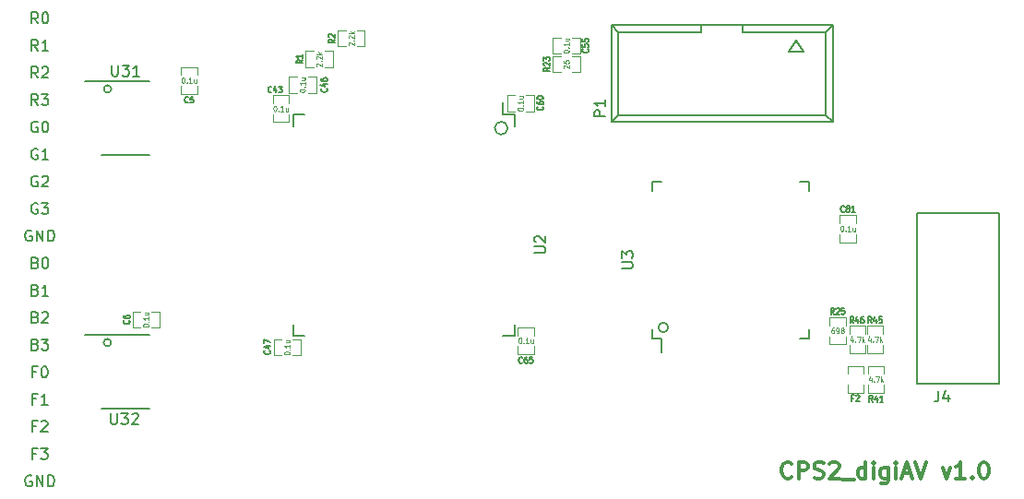
<source format=gto>
G04 #@! TF.FileFunction,Legend,Top*
%FSLAX46Y46*%
G04 Gerber Fmt 4.6, Leading zero omitted, Abs format (unit mm)*
G04 Created by KiCad (PCBNEW 4.0.4+dfsg1-stable) date Tue Oct 11 00:50:57 2016*
%MOMM*%
%LPD*%
G01*
G04 APERTURE LIST*
%ADD10C,0.150000*%
%ADD11C,0.300000*%
%ADD12C,0.119380*%
%ADD13C,0.127000*%
%ADD14C,0.114300*%
G04 APERTURE END LIST*
D10*
D11*
X112891573Y-67782714D02*
X112820144Y-67854143D01*
X112605858Y-67925571D01*
X112463001Y-67925571D01*
X112248716Y-67854143D01*
X112105858Y-67711286D01*
X112034430Y-67568429D01*
X111963001Y-67282714D01*
X111963001Y-67068429D01*
X112034430Y-66782714D01*
X112105858Y-66639857D01*
X112248716Y-66497000D01*
X112463001Y-66425571D01*
X112605858Y-66425571D01*
X112820144Y-66497000D01*
X112891573Y-66568429D01*
X113534430Y-67925571D02*
X113534430Y-66425571D01*
X114105858Y-66425571D01*
X114248716Y-66497000D01*
X114320144Y-66568429D01*
X114391573Y-66711286D01*
X114391573Y-66925571D01*
X114320144Y-67068429D01*
X114248716Y-67139857D01*
X114105858Y-67211286D01*
X113534430Y-67211286D01*
X114963001Y-67854143D02*
X115177287Y-67925571D01*
X115534430Y-67925571D01*
X115677287Y-67854143D01*
X115748716Y-67782714D01*
X115820144Y-67639857D01*
X115820144Y-67497000D01*
X115748716Y-67354143D01*
X115677287Y-67282714D01*
X115534430Y-67211286D01*
X115248716Y-67139857D01*
X115105858Y-67068429D01*
X115034430Y-66997000D01*
X114963001Y-66854143D01*
X114963001Y-66711286D01*
X115034430Y-66568429D01*
X115105858Y-66497000D01*
X115248716Y-66425571D01*
X115605858Y-66425571D01*
X115820144Y-66497000D01*
X116391572Y-66568429D02*
X116463001Y-66497000D01*
X116605858Y-66425571D01*
X116963001Y-66425571D01*
X117105858Y-66497000D01*
X117177287Y-66568429D01*
X117248715Y-66711286D01*
X117248715Y-66854143D01*
X117177287Y-67068429D01*
X116320144Y-67925571D01*
X117248715Y-67925571D01*
X117534429Y-68068429D02*
X118677286Y-68068429D01*
X119677286Y-67925571D02*
X119677286Y-66425571D01*
X119677286Y-67854143D02*
X119534429Y-67925571D01*
X119248715Y-67925571D01*
X119105857Y-67854143D01*
X119034429Y-67782714D01*
X118963000Y-67639857D01*
X118963000Y-67211286D01*
X119034429Y-67068429D01*
X119105857Y-66997000D01*
X119248715Y-66925571D01*
X119534429Y-66925571D01*
X119677286Y-66997000D01*
X120391572Y-67925571D02*
X120391572Y-66925571D01*
X120391572Y-66425571D02*
X120320143Y-66497000D01*
X120391572Y-66568429D01*
X120463000Y-66497000D01*
X120391572Y-66425571D01*
X120391572Y-66568429D01*
X121748715Y-66925571D02*
X121748715Y-68139857D01*
X121677286Y-68282714D01*
X121605858Y-68354143D01*
X121463001Y-68425571D01*
X121248715Y-68425571D01*
X121105858Y-68354143D01*
X121748715Y-67854143D02*
X121605858Y-67925571D01*
X121320144Y-67925571D01*
X121177286Y-67854143D01*
X121105858Y-67782714D01*
X121034429Y-67639857D01*
X121034429Y-67211286D01*
X121105858Y-67068429D01*
X121177286Y-66997000D01*
X121320144Y-66925571D01*
X121605858Y-66925571D01*
X121748715Y-66997000D01*
X122463001Y-67925571D02*
X122463001Y-66925571D01*
X122463001Y-66425571D02*
X122391572Y-66497000D01*
X122463001Y-66568429D01*
X122534429Y-66497000D01*
X122463001Y-66425571D01*
X122463001Y-66568429D01*
X123105858Y-67497000D02*
X123820144Y-67497000D01*
X122963001Y-67925571D02*
X123463001Y-66425571D01*
X123963001Y-67925571D01*
X124248715Y-66425571D02*
X124748715Y-67925571D01*
X125248715Y-66425571D01*
X126748715Y-66925571D02*
X127105858Y-67925571D01*
X127463000Y-66925571D01*
X128820143Y-67925571D02*
X127963000Y-67925571D01*
X128391572Y-67925571D02*
X128391572Y-66425571D01*
X128248715Y-66639857D01*
X128105857Y-66782714D01*
X127963000Y-66854143D01*
X129463000Y-67782714D02*
X129534428Y-67854143D01*
X129463000Y-67925571D01*
X129391571Y-67854143D01*
X129463000Y-67782714D01*
X129463000Y-67925571D01*
X130463000Y-66425571D02*
X130605857Y-66425571D01*
X130748714Y-66497000D01*
X130820143Y-66568429D01*
X130891572Y-66711286D01*
X130963000Y-66997000D01*
X130963000Y-67354143D01*
X130891572Y-67639857D01*
X130820143Y-67782714D01*
X130748714Y-67854143D01*
X130605857Y-67925571D01*
X130463000Y-67925571D01*
X130320143Y-67854143D01*
X130248714Y-67782714D01*
X130177286Y-67639857D01*
X130105857Y-67354143D01*
X130105857Y-66997000D01*
X130177286Y-66711286D01*
X130248714Y-66568429D01*
X130320143Y-66497000D01*
X130463000Y-66425571D01*
D10*
X116037000Y-34580000D02*
X116672000Y-35215000D01*
X116037000Y-26960000D02*
X116672000Y-26325000D01*
X96987000Y-26960000D02*
X96352000Y-26325000D01*
X96987000Y-34580000D02*
X96352000Y-35215000D01*
X104607000Y-26325000D02*
X104607000Y-26960000D01*
X104607000Y-26960000D02*
X96987000Y-26960000D01*
X96987000Y-26960000D02*
X96987000Y-34580000D01*
X96987000Y-34580000D02*
X116037000Y-34580000D01*
X116037000Y-34580000D02*
X116037000Y-26960000D01*
X116037000Y-26960000D02*
X108417000Y-26960000D01*
X108417000Y-26960000D02*
X108417000Y-26325000D01*
X116672000Y-26325000D02*
X96352000Y-26325000D01*
X96352000Y-35215000D02*
X116672000Y-35215000D01*
X116672000Y-35215000D02*
X116672000Y-26325000D01*
X96352000Y-35215000D02*
X96352000Y-26325000D01*
X114010080Y-28801500D02*
X113311580Y-27732160D01*
X113311580Y-27732160D02*
X112610540Y-28801500D01*
X112610540Y-28801500D02*
X114010080Y-28801500D01*
X131900000Y-43550000D02*
X131900000Y-59250000D01*
X131900000Y-59250000D02*
X124400000Y-59250000D01*
X124400000Y-59250000D02*
X124400000Y-43550000D01*
X124400000Y-43550000D02*
X131900000Y-43550000D01*
X86820932Y-35782060D02*
G75*
G03X86820932Y-35782060I-590292J0D01*
G01*
X87475000Y-34525000D02*
X86400000Y-34525000D01*
X87475000Y-54875000D02*
X86400000Y-54875000D01*
X67125000Y-54875000D02*
X68200000Y-54875000D01*
X67125000Y-34525000D02*
X68200000Y-34525000D01*
X87475000Y-34525000D02*
X87475000Y-35600000D01*
X67125000Y-34525000D02*
X67125000Y-35600000D01*
X67125000Y-54875000D02*
X67125000Y-53800000D01*
X87475000Y-54875000D02*
X87475000Y-53800000D01*
X86400000Y-34525000D02*
X86400000Y-33425000D01*
X101563308Y-54084900D02*
G75*
G03X101563308Y-54084900I-450748J0D01*
G01*
X100125000Y-55075000D02*
X100925000Y-55075000D01*
X100125000Y-40725000D02*
X100925000Y-40725000D01*
X114475000Y-40725000D02*
X113675000Y-40725000D01*
X114475000Y-55075000D02*
X113675000Y-55075000D01*
X100125000Y-55075000D02*
X100125000Y-54275000D01*
X114475000Y-55075000D02*
X114475000Y-54275000D01*
X114475000Y-40725000D02*
X114475000Y-41525000D01*
X100125000Y-40725000D02*
X100125000Y-41525000D01*
X100925000Y-55075000D02*
X100925000Y-56350000D01*
D12*
X119659060Y-54668620D02*
X119659060Y-53970120D01*
X119659060Y-55669380D02*
X119659060Y-56367880D01*
X118190940Y-54668620D02*
X118190940Y-53970120D01*
X118190940Y-56367880D02*
X118190940Y-55669380D01*
X118188400Y-53929480D02*
X119661600Y-53929480D01*
X119661600Y-56408520D02*
X118188400Y-56408520D01*
X121282060Y-54668620D02*
X121282060Y-53970120D01*
X121282060Y-55669380D02*
X121282060Y-56367880D01*
X119813940Y-54668620D02*
X119813940Y-53970120D01*
X119813940Y-56367880D02*
X119813940Y-55669380D01*
X119811400Y-53929480D02*
X121284600Y-53929480D01*
X121284600Y-56408520D02*
X119811400Y-56408520D01*
X119484060Y-58341620D02*
X119484060Y-57643120D01*
X119484060Y-59342380D02*
X119484060Y-60040880D01*
X118015940Y-58341620D02*
X118015940Y-57643120D01*
X118015940Y-60040880D02*
X118015940Y-59342380D01*
X118013400Y-57602480D02*
X119486600Y-57602480D01*
X119486600Y-60081520D02*
X118013400Y-60081520D01*
X119897940Y-59342380D02*
X119897940Y-60040880D01*
X119897940Y-58341620D02*
X119897940Y-57643120D01*
X121366060Y-59342380D02*
X121366060Y-60040880D01*
X121366060Y-57643120D02*
X121366060Y-58341620D01*
X121368600Y-60081520D02*
X119895400Y-60081520D01*
X119895400Y-57602480D02*
X121368600Y-57602480D01*
X116373940Y-54888380D02*
X116373940Y-55586880D01*
X116373940Y-53887620D02*
X116373940Y-53189120D01*
X117842060Y-54888380D02*
X117842060Y-55586880D01*
X117842060Y-53189120D02*
X117842060Y-53887620D01*
X117844600Y-55627520D02*
X116371400Y-55627520D01*
X116371400Y-53148480D02*
X117844600Y-53148480D01*
X92717380Y-30650060D02*
X93415880Y-30650060D01*
X91716620Y-30650060D02*
X91018120Y-30650060D01*
X92717380Y-29181940D02*
X93415880Y-29181940D01*
X91018120Y-29181940D02*
X91716620Y-29181940D01*
X93456520Y-29179400D02*
X93456520Y-30652600D01*
X90977480Y-30652600D02*
X90977480Y-29179400D01*
X117305940Y-45510380D02*
X117305940Y-46208880D01*
X117305940Y-44509620D02*
X117305940Y-43811120D01*
X118774060Y-45510380D02*
X118774060Y-46208880D01*
X118774060Y-43811120D02*
X118774060Y-44509620D01*
X118776600Y-46249520D02*
X117303400Y-46249520D01*
X117303400Y-43770480D02*
X118776600Y-43770480D01*
X87765940Y-55800380D02*
X87765940Y-56498880D01*
X87765940Y-54799620D02*
X87765940Y-54101120D01*
X89234060Y-55800380D02*
X89234060Y-56498880D01*
X89234060Y-54101120D02*
X89234060Y-54799620D01*
X89236600Y-56539520D02*
X87763400Y-56539520D01*
X87763400Y-54060480D02*
X89236600Y-54060480D01*
X88521380Y-34232060D02*
X89219880Y-34232060D01*
X87520620Y-34232060D02*
X86822120Y-34232060D01*
X88521380Y-32763940D02*
X89219880Y-32763940D01*
X86822120Y-32763940D02*
X87520620Y-32763940D01*
X89260520Y-32761400D02*
X89260520Y-34234600D01*
X86781480Y-34234600D02*
X86781480Y-32761400D01*
X91709620Y-27459940D02*
X91011120Y-27459940D01*
X92710380Y-27459940D02*
X93408880Y-27459940D01*
X91709620Y-28928060D02*
X91011120Y-28928060D01*
X93408880Y-28928060D02*
X92710380Y-28928060D01*
X90970480Y-28930600D02*
X90970480Y-27457400D01*
X93449520Y-27457400D02*
X93449520Y-28930600D01*
X66099620Y-55165940D02*
X65401120Y-55165940D01*
X67100380Y-55165940D02*
X67798880Y-55165940D01*
X66099620Y-56634060D02*
X65401120Y-56634060D01*
X67798880Y-56634060D02*
X67100380Y-56634060D01*
X65360480Y-56636600D02*
X65360480Y-55163400D01*
X67839520Y-55163400D02*
X67839520Y-56636600D01*
X67499620Y-31065940D02*
X66801120Y-31065940D01*
X68500380Y-31065940D02*
X69198880Y-31065940D01*
X67499620Y-32534060D02*
X66801120Y-32534060D01*
X69198880Y-32534060D02*
X68500380Y-32534060D01*
X66760480Y-32536600D02*
X66760480Y-31063400D01*
X69239520Y-31063400D02*
X69239520Y-32536600D01*
X66734060Y-33499620D02*
X66734060Y-32801120D01*
X66734060Y-34500380D02*
X66734060Y-35198880D01*
X65265940Y-33499620D02*
X65265940Y-32801120D01*
X65265940Y-35198880D02*
X65265940Y-34500380D01*
X65263400Y-32760480D02*
X66736600Y-32760480D01*
X66736600Y-35239520D02*
X65263400Y-35239520D01*
X58326060Y-30916620D02*
X58326060Y-30218120D01*
X58326060Y-31917380D02*
X58326060Y-32615880D01*
X56857940Y-30916620D02*
X56857940Y-30218120D01*
X56857940Y-32615880D02*
X56857940Y-31917380D01*
X56855400Y-30177480D02*
X58328600Y-30177480D01*
X58328600Y-32656520D02*
X56855400Y-32656520D01*
X54145380Y-54089060D02*
X54843880Y-54089060D01*
X53144620Y-54089060D02*
X52446120Y-54089060D01*
X54145380Y-52620940D02*
X54843880Y-52620940D01*
X52446120Y-52620940D02*
X53144620Y-52620940D01*
X54884520Y-52618400D02*
X54884520Y-54091600D01*
X52405480Y-54091600D02*
X52405480Y-52618400D01*
X70040380Y-30178060D02*
X70738880Y-30178060D01*
X69039620Y-30178060D02*
X68341120Y-30178060D01*
X70040380Y-28709940D02*
X70738880Y-28709940D01*
X68341120Y-28709940D02*
X69039620Y-28709940D01*
X70779520Y-28707400D02*
X70779520Y-30180600D01*
X68300480Y-30180600D02*
X68300480Y-28707400D01*
X72978380Y-28280060D02*
X73676880Y-28280060D01*
X71977620Y-28280060D02*
X71279120Y-28280060D01*
X72978380Y-26811940D02*
X73676880Y-26811940D01*
X71279120Y-26811940D02*
X71977620Y-26811940D01*
X73717520Y-26809400D02*
X73717520Y-28282600D01*
X71238480Y-28282600D02*
X71238480Y-26809400D01*
D10*
X50433538Y-55470920D02*
G75*
G03X50433538Y-55470920I-339838J0D01*
G01*
X49507000Y-61518000D02*
X53957000Y-61518000D01*
X47982000Y-54768000D02*
X53957000Y-54768000D01*
X50441538Y-32189920D02*
G75*
G03X50441538Y-32189920I-339838J0D01*
G01*
X49515000Y-38237000D02*
X53965000Y-38237000D01*
X47990000Y-31487000D02*
X53965000Y-31487000D01*
X95785381Y-34710095D02*
X94785381Y-34710095D01*
X94785381Y-34329142D01*
X94833000Y-34233904D01*
X94880619Y-34186285D01*
X94975857Y-34138666D01*
X95118714Y-34138666D01*
X95213952Y-34186285D01*
X95261571Y-34233904D01*
X95309190Y-34329142D01*
X95309190Y-34710095D01*
X95785381Y-33186285D02*
X95785381Y-33757714D01*
X95785381Y-33472000D02*
X94785381Y-33472000D01*
X94928238Y-33567238D01*
X95023476Y-33662476D01*
X95071095Y-33757714D01*
X126364667Y-59894381D02*
X126364667Y-60608667D01*
X126317047Y-60751524D01*
X126221809Y-60846762D01*
X126078952Y-60894381D01*
X125983714Y-60894381D01*
X127269429Y-60227714D02*
X127269429Y-60894381D01*
X127031333Y-59846762D02*
X126793238Y-60561048D01*
X127412286Y-60561048D01*
X89292381Y-47228905D02*
X90101905Y-47228905D01*
X90197143Y-47181286D01*
X90244762Y-47133667D01*
X90292381Y-47038429D01*
X90292381Y-46847952D01*
X90244762Y-46752714D01*
X90197143Y-46705095D01*
X90101905Y-46657476D01*
X89292381Y-46657476D01*
X89387619Y-46228905D02*
X89340000Y-46181286D01*
X89292381Y-46086048D01*
X89292381Y-45847952D01*
X89340000Y-45752714D01*
X89387619Y-45705095D01*
X89482857Y-45657476D01*
X89578095Y-45657476D01*
X89720952Y-45705095D01*
X90292381Y-46276524D01*
X90292381Y-45657476D01*
X97302381Y-48661905D02*
X98111905Y-48661905D01*
X98207143Y-48614286D01*
X98254762Y-48566667D01*
X98302381Y-48471429D01*
X98302381Y-48280952D01*
X98254762Y-48185714D01*
X98207143Y-48138095D01*
X98111905Y-48090476D01*
X97302381Y-48090476D01*
X97302381Y-47709524D02*
X97302381Y-47090476D01*
X97683333Y-47423810D01*
X97683333Y-47280952D01*
X97730952Y-47185714D01*
X97778571Y-47138095D01*
X97873810Y-47090476D01*
X98111905Y-47090476D01*
X98207143Y-47138095D01*
X98254762Y-47185714D01*
X98302381Y-47280952D01*
X98302381Y-47566667D01*
X98254762Y-47661905D01*
X98207143Y-47709524D01*
D13*
X118568428Y-53676281D02*
X118399095Y-53398090D01*
X118278142Y-53676281D02*
X118278142Y-53092081D01*
X118471666Y-53092081D01*
X118520047Y-53119900D01*
X118544238Y-53147719D01*
X118568428Y-53203357D01*
X118568428Y-53286814D01*
X118544238Y-53342452D01*
X118520047Y-53370271D01*
X118471666Y-53398090D01*
X118278142Y-53398090D01*
X119003857Y-53286814D02*
X119003857Y-53676281D01*
X118882904Y-53064262D02*
X118761952Y-53481548D01*
X119076428Y-53481548D01*
X119487667Y-53092081D02*
X119390905Y-53092081D01*
X119342524Y-53119900D01*
X119318333Y-53147719D01*
X119269952Y-53231176D01*
X119245762Y-53342452D01*
X119245762Y-53565005D01*
X119269952Y-53620643D01*
X119294143Y-53648462D01*
X119342524Y-53676281D01*
X119439286Y-53676281D01*
X119487667Y-53648462D01*
X119511857Y-53620643D01*
X119536048Y-53565005D01*
X119536048Y-53425910D01*
X119511857Y-53370271D01*
X119487667Y-53342452D01*
X119439286Y-53314633D01*
X119342524Y-53314633D01*
X119294143Y-53342452D01*
X119269952Y-53370271D01*
X119245762Y-53425910D01*
D14*
X118500457Y-55060143D02*
X118500457Y-55398810D01*
X118391600Y-54866619D02*
X118282743Y-55229476D01*
X118565771Y-55229476D01*
X118739943Y-55350429D02*
X118761715Y-55374619D01*
X118739943Y-55398810D01*
X118718172Y-55374619D01*
X118739943Y-55350429D01*
X118739943Y-55398810D01*
X118914114Y-54890810D02*
X119218914Y-54890810D01*
X119022971Y-55398810D01*
X119393086Y-55398810D02*
X119393086Y-54890810D01*
X119436629Y-55205286D02*
X119567258Y-55398810D01*
X119567258Y-55060143D02*
X119393086Y-55253667D01*
D13*
X120214428Y-53676281D02*
X120045095Y-53398090D01*
X119924142Y-53676281D02*
X119924142Y-53092081D01*
X120117666Y-53092081D01*
X120166047Y-53119900D01*
X120190238Y-53147719D01*
X120214428Y-53203357D01*
X120214428Y-53286814D01*
X120190238Y-53342452D01*
X120166047Y-53370271D01*
X120117666Y-53398090D01*
X119924142Y-53398090D01*
X120649857Y-53286814D02*
X120649857Y-53676281D01*
X120528904Y-53064262D02*
X120407952Y-53481548D01*
X120722428Y-53481548D01*
X121157857Y-53092081D02*
X120915952Y-53092081D01*
X120891762Y-53370271D01*
X120915952Y-53342452D01*
X120964333Y-53314633D01*
X121085286Y-53314633D01*
X121133667Y-53342452D01*
X121157857Y-53370271D01*
X121182048Y-53425910D01*
X121182048Y-53565005D01*
X121157857Y-53620643D01*
X121133667Y-53648462D01*
X121085286Y-53676281D01*
X120964333Y-53676281D01*
X120915952Y-53648462D01*
X120891762Y-53620643D01*
D14*
X120123457Y-55060143D02*
X120123457Y-55398810D01*
X120014600Y-54866619D02*
X119905743Y-55229476D01*
X120188771Y-55229476D01*
X120362943Y-55350429D02*
X120384715Y-55374619D01*
X120362943Y-55398810D01*
X120341172Y-55374619D01*
X120362943Y-55350429D01*
X120362943Y-55398810D01*
X120537114Y-54890810D02*
X120841914Y-54890810D01*
X120645971Y-55398810D01*
X121016086Y-55398810D02*
X121016086Y-54890810D01*
X121059629Y-55205286D02*
X121190258Y-55398810D01*
X121190258Y-55060143D02*
X121016086Y-55253667D01*
D13*
X118580667Y-60578271D02*
X118411333Y-60578271D01*
X118411333Y-60884281D02*
X118411333Y-60300081D01*
X118653238Y-60300081D01*
X118822572Y-60355719D02*
X118846762Y-60327900D01*
X118895143Y-60300081D01*
X119016096Y-60300081D01*
X119064477Y-60327900D01*
X119088667Y-60355719D01*
X119112858Y-60411357D01*
X119112858Y-60466995D01*
X119088667Y-60550452D01*
X118798381Y-60884281D01*
X119112858Y-60884281D01*
X120317428Y-60915281D02*
X120148095Y-60637090D01*
X120027142Y-60915281D02*
X120027142Y-60331081D01*
X120220666Y-60331081D01*
X120269047Y-60358900D01*
X120293238Y-60386719D01*
X120317428Y-60442357D01*
X120317428Y-60525814D01*
X120293238Y-60581452D01*
X120269047Y-60609271D01*
X120220666Y-60637090D01*
X120027142Y-60637090D01*
X120752857Y-60525814D02*
X120752857Y-60915281D01*
X120631904Y-60303262D02*
X120510952Y-60720548D01*
X120825428Y-60720548D01*
X121285048Y-60915281D02*
X120994762Y-60915281D01*
X121139905Y-60915281D02*
X121139905Y-60331081D01*
X121091524Y-60414538D01*
X121043143Y-60470176D01*
X120994762Y-60497995D01*
D14*
X120207457Y-58733143D02*
X120207457Y-59071810D01*
X120098600Y-58539619D02*
X119989743Y-58902476D01*
X120272771Y-58902476D01*
X120446943Y-59023429D02*
X120468715Y-59047619D01*
X120446943Y-59071810D01*
X120425172Y-59047619D01*
X120446943Y-59023429D01*
X120446943Y-59071810D01*
X120621114Y-58563810D02*
X120925914Y-58563810D01*
X120729971Y-59071810D01*
X121100086Y-59071810D02*
X121100086Y-58563810D01*
X121143629Y-58878286D02*
X121274258Y-59071810D01*
X121274258Y-58733143D02*
X121100086Y-58926667D01*
D13*
X116781428Y-52874281D02*
X116612095Y-52596090D01*
X116491142Y-52874281D02*
X116491142Y-52290081D01*
X116684666Y-52290081D01*
X116733047Y-52317900D01*
X116757238Y-52345719D01*
X116781428Y-52401357D01*
X116781428Y-52484814D01*
X116757238Y-52540452D01*
X116733047Y-52568271D01*
X116684666Y-52596090D01*
X116491142Y-52596090D01*
X116974952Y-52345719D02*
X116999142Y-52317900D01*
X117047523Y-52290081D01*
X117168476Y-52290081D01*
X117216857Y-52317900D01*
X117241047Y-52345719D01*
X117265238Y-52401357D01*
X117265238Y-52456995D01*
X117241047Y-52540452D01*
X116950761Y-52874281D01*
X117265238Y-52874281D01*
X117724857Y-52290081D02*
X117482952Y-52290081D01*
X117458762Y-52568271D01*
X117482952Y-52540452D01*
X117531333Y-52512633D01*
X117652286Y-52512633D01*
X117700667Y-52540452D01*
X117724857Y-52568271D01*
X117749048Y-52623910D01*
X117749048Y-52763005D01*
X117724857Y-52818643D01*
X117700667Y-52846462D01*
X117652286Y-52874281D01*
X117531333Y-52874281D01*
X117482952Y-52846462D01*
X117458762Y-52818643D01*
D14*
X116759657Y-54109810D02*
X116672571Y-54109810D01*
X116629028Y-54134000D01*
X116607257Y-54158190D01*
X116563714Y-54230762D01*
X116541943Y-54327524D01*
X116541943Y-54521048D01*
X116563714Y-54569429D01*
X116585486Y-54593619D01*
X116629028Y-54617810D01*
X116716114Y-54617810D01*
X116759657Y-54593619D01*
X116781428Y-54569429D01*
X116803200Y-54521048D01*
X116803200Y-54400095D01*
X116781428Y-54351714D01*
X116759657Y-54327524D01*
X116716114Y-54303333D01*
X116629028Y-54303333D01*
X116585486Y-54327524D01*
X116563714Y-54351714D01*
X116541943Y-54400095D01*
X117020915Y-54617810D02*
X117108000Y-54617810D01*
X117151543Y-54593619D01*
X117173315Y-54569429D01*
X117216857Y-54496857D01*
X117238629Y-54400095D01*
X117238629Y-54206571D01*
X117216857Y-54158190D01*
X117195086Y-54134000D01*
X117151543Y-54109810D01*
X117064457Y-54109810D01*
X117020915Y-54134000D01*
X116999143Y-54158190D01*
X116977372Y-54206571D01*
X116977372Y-54327524D01*
X116999143Y-54375905D01*
X117020915Y-54400095D01*
X117064457Y-54424286D01*
X117151543Y-54424286D01*
X117195086Y-54400095D01*
X117216857Y-54375905D01*
X117238629Y-54327524D01*
X117499886Y-54327524D02*
X117456344Y-54303333D01*
X117434572Y-54279143D01*
X117412801Y-54230762D01*
X117412801Y-54206571D01*
X117434572Y-54158190D01*
X117456344Y-54134000D01*
X117499886Y-54109810D01*
X117586972Y-54109810D01*
X117630515Y-54134000D01*
X117652286Y-54158190D01*
X117674058Y-54206571D01*
X117674058Y-54230762D01*
X117652286Y-54279143D01*
X117630515Y-54303333D01*
X117586972Y-54327524D01*
X117499886Y-54327524D01*
X117456344Y-54351714D01*
X117434572Y-54375905D01*
X117412801Y-54424286D01*
X117412801Y-54521048D01*
X117434572Y-54569429D01*
X117456344Y-54593619D01*
X117499886Y-54617810D01*
X117586972Y-54617810D01*
X117630515Y-54593619D01*
X117652286Y-54569429D01*
X117674058Y-54521048D01*
X117674058Y-54424286D01*
X117652286Y-54375905D01*
X117630515Y-54351714D01*
X117586972Y-54327524D01*
D13*
X90703281Y-30242572D02*
X90425090Y-30411905D01*
X90703281Y-30532858D02*
X90119081Y-30532858D01*
X90119081Y-30339334D01*
X90146900Y-30290953D01*
X90174719Y-30266762D01*
X90230357Y-30242572D01*
X90313814Y-30242572D01*
X90369452Y-30266762D01*
X90397271Y-30290953D01*
X90425090Y-30339334D01*
X90425090Y-30532858D01*
X90174719Y-30049048D02*
X90146900Y-30024858D01*
X90119081Y-29976477D01*
X90119081Y-29855524D01*
X90146900Y-29807143D01*
X90174719Y-29782953D01*
X90230357Y-29758762D01*
X90285995Y-29758762D01*
X90369452Y-29782953D01*
X90703281Y-30073239D01*
X90703281Y-29758762D01*
X90119081Y-29589429D02*
X90119081Y-29274952D01*
X90341633Y-29444286D01*
X90341633Y-29371714D01*
X90369452Y-29323333D01*
X90397271Y-29299143D01*
X90452910Y-29274952D01*
X90592005Y-29274952D01*
X90647643Y-29299143D01*
X90675462Y-29323333D01*
X90703281Y-29371714D01*
X90703281Y-29516857D01*
X90675462Y-29565238D01*
X90647643Y-29589429D01*
D14*
X91987190Y-30264343D02*
X91963000Y-30242572D01*
X91938810Y-30199029D01*
X91938810Y-30090172D01*
X91963000Y-30046629D01*
X91987190Y-30024858D01*
X92035571Y-30003086D01*
X92083952Y-30003086D01*
X92156524Y-30024858D01*
X92446810Y-30286115D01*
X92446810Y-30003086D01*
X91938810Y-29589429D02*
X91938810Y-29807143D01*
X92180714Y-29828914D01*
X92156524Y-29807143D01*
X92132333Y-29763600D01*
X92132333Y-29654743D01*
X92156524Y-29611200D01*
X92180714Y-29589429D01*
X92229095Y-29567657D01*
X92350048Y-29567657D01*
X92398429Y-29589429D01*
X92422619Y-29611200D01*
X92446810Y-29654743D01*
X92446810Y-29763600D01*
X92422619Y-29807143D01*
X92398429Y-29828914D01*
D13*
X117713428Y-43440643D02*
X117689238Y-43468462D01*
X117616666Y-43496281D01*
X117568285Y-43496281D01*
X117495714Y-43468462D01*
X117447333Y-43412824D01*
X117423142Y-43357186D01*
X117398952Y-43245910D01*
X117398952Y-43162452D01*
X117423142Y-43051176D01*
X117447333Y-42995538D01*
X117495714Y-42939900D01*
X117568285Y-42912081D01*
X117616666Y-42912081D01*
X117689238Y-42939900D01*
X117713428Y-42967719D01*
X118003714Y-43162452D02*
X117955333Y-43134633D01*
X117931142Y-43106814D01*
X117906952Y-43051176D01*
X117906952Y-43023357D01*
X117931142Y-42967719D01*
X117955333Y-42939900D01*
X118003714Y-42912081D01*
X118100476Y-42912081D01*
X118148857Y-42939900D01*
X118173047Y-42967719D01*
X118197238Y-43023357D01*
X118197238Y-43051176D01*
X118173047Y-43106814D01*
X118148857Y-43134633D01*
X118100476Y-43162452D01*
X118003714Y-43162452D01*
X117955333Y-43190271D01*
X117931142Y-43218090D01*
X117906952Y-43273729D01*
X117906952Y-43385005D01*
X117931142Y-43440643D01*
X117955333Y-43468462D01*
X118003714Y-43496281D01*
X118100476Y-43496281D01*
X118148857Y-43468462D01*
X118173047Y-43440643D01*
X118197238Y-43385005D01*
X118197238Y-43273729D01*
X118173047Y-43218090D01*
X118148857Y-43190271D01*
X118100476Y-43162452D01*
X118681048Y-43496281D02*
X118390762Y-43496281D01*
X118535905Y-43496281D02*
X118535905Y-42912081D01*
X118487524Y-42995538D01*
X118439143Y-43051176D01*
X118390762Y-43078995D01*
D14*
X117484829Y-44731810D02*
X117528372Y-44731810D01*
X117571915Y-44756000D01*
X117593686Y-44780190D01*
X117615457Y-44828571D01*
X117637229Y-44925333D01*
X117637229Y-45046286D01*
X117615457Y-45143048D01*
X117593686Y-45191429D01*
X117571915Y-45215619D01*
X117528372Y-45239810D01*
X117484829Y-45239810D01*
X117441286Y-45215619D01*
X117419515Y-45191429D01*
X117397743Y-45143048D01*
X117375972Y-45046286D01*
X117375972Y-44925333D01*
X117397743Y-44828571D01*
X117419515Y-44780190D01*
X117441286Y-44756000D01*
X117484829Y-44731810D01*
X117833172Y-45191429D02*
X117854944Y-45215619D01*
X117833172Y-45239810D01*
X117811401Y-45215619D01*
X117833172Y-45191429D01*
X117833172Y-45239810D01*
X118290372Y-45239810D02*
X118029115Y-45239810D01*
X118159743Y-45239810D02*
X118159743Y-44731810D01*
X118116200Y-44804381D01*
X118072658Y-44852762D01*
X118029115Y-44876952D01*
X118682258Y-44901143D02*
X118682258Y-45239810D01*
X118486315Y-44901143D02*
X118486315Y-45167238D01*
X118508087Y-45215619D01*
X118551629Y-45239810D01*
X118616944Y-45239810D01*
X118660487Y-45215619D01*
X118682258Y-45191429D01*
D13*
X88164428Y-57305643D02*
X88140238Y-57333462D01*
X88067666Y-57361281D01*
X88019285Y-57361281D01*
X87946714Y-57333462D01*
X87898333Y-57277824D01*
X87874142Y-57222186D01*
X87849952Y-57110910D01*
X87849952Y-57027452D01*
X87874142Y-56916176D01*
X87898333Y-56860538D01*
X87946714Y-56804900D01*
X88019285Y-56777081D01*
X88067666Y-56777081D01*
X88140238Y-56804900D01*
X88164428Y-56832719D01*
X88599857Y-56777081D02*
X88503095Y-56777081D01*
X88454714Y-56804900D01*
X88430523Y-56832719D01*
X88382142Y-56916176D01*
X88357952Y-57027452D01*
X88357952Y-57250005D01*
X88382142Y-57305643D01*
X88406333Y-57333462D01*
X88454714Y-57361281D01*
X88551476Y-57361281D01*
X88599857Y-57333462D01*
X88624047Y-57305643D01*
X88648238Y-57250005D01*
X88648238Y-57110910D01*
X88624047Y-57055271D01*
X88599857Y-57027452D01*
X88551476Y-56999633D01*
X88454714Y-56999633D01*
X88406333Y-57027452D01*
X88382142Y-57055271D01*
X88357952Y-57110910D01*
X89107857Y-56777081D02*
X88865952Y-56777081D01*
X88841762Y-57055271D01*
X88865952Y-57027452D01*
X88914333Y-56999633D01*
X89035286Y-56999633D01*
X89083667Y-57027452D01*
X89107857Y-57055271D01*
X89132048Y-57110910D01*
X89132048Y-57250005D01*
X89107857Y-57305643D01*
X89083667Y-57333462D01*
X89035286Y-57361281D01*
X88914333Y-57361281D01*
X88865952Y-57333462D01*
X88841762Y-57305643D01*
D14*
X87944829Y-55021810D02*
X87988372Y-55021810D01*
X88031915Y-55046000D01*
X88053686Y-55070190D01*
X88075457Y-55118571D01*
X88097229Y-55215333D01*
X88097229Y-55336286D01*
X88075457Y-55433048D01*
X88053686Y-55481429D01*
X88031915Y-55505619D01*
X87988372Y-55529810D01*
X87944829Y-55529810D01*
X87901286Y-55505619D01*
X87879515Y-55481429D01*
X87857743Y-55433048D01*
X87835972Y-55336286D01*
X87835972Y-55215333D01*
X87857743Y-55118571D01*
X87879515Y-55070190D01*
X87901286Y-55046000D01*
X87944829Y-55021810D01*
X88293172Y-55481429D02*
X88314944Y-55505619D01*
X88293172Y-55529810D01*
X88271401Y-55505619D01*
X88293172Y-55481429D01*
X88293172Y-55529810D01*
X88750372Y-55529810D02*
X88489115Y-55529810D01*
X88619743Y-55529810D02*
X88619743Y-55021810D01*
X88576200Y-55094381D01*
X88532658Y-55142762D01*
X88489115Y-55166952D01*
X89142258Y-55191143D02*
X89142258Y-55529810D01*
X88946315Y-55191143D02*
X88946315Y-55457238D01*
X88968087Y-55505619D01*
X89011629Y-55529810D01*
X89076944Y-55529810D01*
X89120487Y-55505619D01*
X89142258Y-55481429D01*
D13*
X90044643Y-33801572D02*
X90072462Y-33825762D01*
X90100281Y-33898334D01*
X90100281Y-33946715D01*
X90072462Y-34019286D01*
X90016824Y-34067667D01*
X89961186Y-34091858D01*
X89849910Y-34116048D01*
X89766452Y-34116048D01*
X89655176Y-34091858D01*
X89599538Y-34067667D01*
X89543900Y-34019286D01*
X89516081Y-33946715D01*
X89516081Y-33898334D01*
X89543900Y-33825762D01*
X89571719Y-33801572D01*
X89516081Y-33366143D02*
X89516081Y-33462905D01*
X89543900Y-33511286D01*
X89571719Y-33535477D01*
X89655176Y-33583858D01*
X89766452Y-33608048D01*
X89989005Y-33608048D01*
X90044643Y-33583858D01*
X90072462Y-33559667D01*
X90100281Y-33511286D01*
X90100281Y-33414524D01*
X90072462Y-33366143D01*
X90044643Y-33341953D01*
X89989005Y-33317762D01*
X89849910Y-33317762D01*
X89794271Y-33341953D01*
X89766452Y-33366143D01*
X89738633Y-33414524D01*
X89738633Y-33511286D01*
X89766452Y-33559667D01*
X89794271Y-33583858D01*
X89849910Y-33608048D01*
X89516081Y-33003286D02*
X89516081Y-32954905D01*
X89543900Y-32906524D01*
X89571719Y-32882333D01*
X89627357Y-32858143D01*
X89738633Y-32833952D01*
X89877729Y-32833952D01*
X89989005Y-32858143D01*
X90044643Y-32882333D01*
X90072462Y-32906524D01*
X90100281Y-32954905D01*
X90100281Y-33003286D01*
X90072462Y-33051667D01*
X90044643Y-33075857D01*
X89989005Y-33100048D01*
X89877729Y-33124238D01*
X89738633Y-33124238D01*
X89627357Y-33100048D01*
X89571719Y-33075857D01*
X89543900Y-33051667D01*
X89516081Y-33003286D01*
D14*
X87742810Y-34053171D02*
X87742810Y-34009628D01*
X87767000Y-33966085D01*
X87791190Y-33944314D01*
X87839571Y-33922543D01*
X87936333Y-33900771D01*
X88057286Y-33900771D01*
X88154048Y-33922543D01*
X88202429Y-33944314D01*
X88226619Y-33966085D01*
X88250810Y-34009628D01*
X88250810Y-34053171D01*
X88226619Y-34096714D01*
X88202429Y-34118485D01*
X88154048Y-34140257D01*
X88057286Y-34162028D01*
X87936333Y-34162028D01*
X87839571Y-34140257D01*
X87791190Y-34118485D01*
X87767000Y-34096714D01*
X87742810Y-34053171D01*
X88202429Y-33704828D02*
X88226619Y-33683056D01*
X88250810Y-33704828D01*
X88226619Y-33726599D01*
X88202429Y-33704828D01*
X88250810Y-33704828D01*
X88250810Y-33247628D02*
X88250810Y-33508885D01*
X88250810Y-33378257D02*
X87742810Y-33378257D01*
X87815381Y-33421800D01*
X87863762Y-33465342D01*
X87887952Y-33508885D01*
X87912143Y-32855742D02*
X88250810Y-32855742D01*
X87912143Y-33051685D02*
X88178238Y-33051685D01*
X88226619Y-33029913D01*
X88250810Y-32986371D01*
X88250810Y-32921056D01*
X88226619Y-32877513D01*
X88202429Y-32855742D01*
D13*
X94196643Y-28520572D02*
X94224462Y-28544762D01*
X94252281Y-28617334D01*
X94252281Y-28665715D01*
X94224462Y-28738286D01*
X94168824Y-28786667D01*
X94113186Y-28810858D01*
X94001910Y-28835048D01*
X93918452Y-28835048D01*
X93807176Y-28810858D01*
X93751538Y-28786667D01*
X93695900Y-28738286D01*
X93668081Y-28665715D01*
X93668081Y-28617334D01*
X93695900Y-28544762D01*
X93723719Y-28520572D01*
X93668081Y-28060953D02*
X93668081Y-28302858D01*
X93946271Y-28327048D01*
X93918452Y-28302858D01*
X93890633Y-28254477D01*
X93890633Y-28133524D01*
X93918452Y-28085143D01*
X93946271Y-28060953D01*
X94001910Y-28036762D01*
X94141005Y-28036762D01*
X94196643Y-28060953D01*
X94224462Y-28085143D01*
X94252281Y-28133524D01*
X94252281Y-28254477D01*
X94224462Y-28302858D01*
X94196643Y-28327048D01*
X93668081Y-27577143D02*
X93668081Y-27819048D01*
X93946271Y-27843238D01*
X93918452Y-27819048D01*
X93890633Y-27770667D01*
X93890633Y-27649714D01*
X93918452Y-27601333D01*
X93946271Y-27577143D01*
X94001910Y-27552952D01*
X94141005Y-27552952D01*
X94196643Y-27577143D01*
X94224462Y-27601333D01*
X94252281Y-27649714D01*
X94252281Y-27770667D01*
X94224462Y-27819048D01*
X94196643Y-27843238D01*
D14*
X91931810Y-28749171D02*
X91931810Y-28705628D01*
X91956000Y-28662085D01*
X91980190Y-28640314D01*
X92028571Y-28618543D01*
X92125333Y-28596771D01*
X92246286Y-28596771D01*
X92343048Y-28618543D01*
X92391429Y-28640314D01*
X92415619Y-28662085D01*
X92439810Y-28705628D01*
X92439810Y-28749171D01*
X92415619Y-28792714D01*
X92391429Y-28814485D01*
X92343048Y-28836257D01*
X92246286Y-28858028D01*
X92125333Y-28858028D01*
X92028571Y-28836257D01*
X91980190Y-28814485D01*
X91956000Y-28792714D01*
X91931810Y-28749171D01*
X92391429Y-28400828D02*
X92415619Y-28379056D01*
X92439810Y-28400828D01*
X92415619Y-28422599D01*
X92391429Y-28400828D01*
X92439810Y-28400828D01*
X92439810Y-27943628D02*
X92439810Y-28204885D01*
X92439810Y-28074257D02*
X91931810Y-28074257D01*
X92004381Y-28117800D01*
X92052762Y-28161342D01*
X92076952Y-28204885D01*
X92101143Y-27551742D02*
X92439810Y-27551742D01*
X92101143Y-27747685D02*
X92367238Y-27747685D01*
X92415619Y-27725913D01*
X92439810Y-27682371D01*
X92439810Y-27617056D01*
X92415619Y-27573513D01*
X92391429Y-27551742D01*
D13*
X64993643Y-56211572D02*
X65021462Y-56235762D01*
X65049281Y-56308334D01*
X65049281Y-56356715D01*
X65021462Y-56429286D01*
X64965824Y-56477667D01*
X64910186Y-56501858D01*
X64798910Y-56526048D01*
X64715452Y-56526048D01*
X64604176Y-56501858D01*
X64548538Y-56477667D01*
X64492900Y-56429286D01*
X64465081Y-56356715D01*
X64465081Y-56308334D01*
X64492900Y-56235762D01*
X64520719Y-56211572D01*
X64659814Y-55776143D02*
X65049281Y-55776143D01*
X64437262Y-55897096D02*
X64854548Y-56018048D01*
X64854548Y-55703572D01*
X64465081Y-55558429D02*
X64465081Y-55219762D01*
X65049281Y-55437476D01*
D14*
X66321810Y-56455171D02*
X66321810Y-56411628D01*
X66346000Y-56368085D01*
X66370190Y-56346314D01*
X66418571Y-56324543D01*
X66515333Y-56302771D01*
X66636286Y-56302771D01*
X66733048Y-56324543D01*
X66781429Y-56346314D01*
X66805619Y-56368085D01*
X66829810Y-56411628D01*
X66829810Y-56455171D01*
X66805619Y-56498714D01*
X66781429Y-56520485D01*
X66733048Y-56542257D01*
X66636286Y-56564028D01*
X66515333Y-56564028D01*
X66418571Y-56542257D01*
X66370190Y-56520485D01*
X66346000Y-56498714D01*
X66321810Y-56455171D01*
X66781429Y-56106828D02*
X66805619Y-56085056D01*
X66829810Y-56106828D01*
X66805619Y-56128599D01*
X66781429Y-56106828D01*
X66829810Y-56106828D01*
X66829810Y-55649628D02*
X66829810Y-55910885D01*
X66829810Y-55780257D02*
X66321810Y-55780257D01*
X66394381Y-55823800D01*
X66442762Y-55867342D01*
X66466952Y-55910885D01*
X66491143Y-55257742D02*
X66829810Y-55257742D01*
X66491143Y-55453685D02*
X66757238Y-55453685D01*
X66805619Y-55431913D01*
X66829810Y-55388371D01*
X66829810Y-55323056D01*
X66805619Y-55279513D01*
X66781429Y-55257742D01*
D13*
X70205643Y-32132572D02*
X70233462Y-32156762D01*
X70261281Y-32229334D01*
X70261281Y-32277715D01*
X70233462Y-32350286D01*
X70177824Y-32398667D01*
X70122186Y-32422858D01*
X70010910Y-32447048D01*
X69927452Y-32447048D01*
X69816176Y-32422858D01*
X69760538Y-32398667D01*
X69704900Y-32350286D01*
X69677081Y-32277715D01*
X69677081Y-32229334D01*
X69704900Y-32156762D01*
X69732719Y-32132572D01*
X69871814Y-31697143D02*
X70261281Y-31697143D01*
X69649262Y-31818096D02*
X70066548Y-31939048D01*
X70066548Y-31624572D01*
X69677081Y-31213333D02*
X69677081Y-31310095D01*
X69704900Y-31358476D01*
X69732719Y-31382667D01*
X69816176Y-31431048D01*
X69927452Y-31455238D01*
X70150005Y-31455238D01*
X70205643Y-31431048D01*
X70233462Y-31406857D01*
X70261281Y-31358476D01*
X70261281Y-31261714D01*
X70233462Y-31213333D01*
X70205643Y-31189143D01*
X70150005Y-31164952D01*
X70010910Y-31164952D01*
X69955271Y-31189143D01*
X69927452Y-31213333D01*
X69899633Y-31261714D01*
X69899633Y-31358476D01*
X69927452Y-31406857D01*
X69955271Y-31431048D01*
X70010910Y-31455238D01*
D14*
X67721810Y-32355171D02*
X67721810Y-32311628D01*
X67746000Y-32268085D01*
X67770190Y-32246314D01*
X67818571Y-32224543D01*
X67915333Y-32202771D01*
X68036286Y-32202771D01*
X68133048Y-32224543D01*
X68181429Y-32246314D01*
X68205619Y-32268085D01*
X68229810Y-32311628D01*
X68229810Y-32355171D01*
X68205619Y-32398714D01*
X68181429Y-32420485D01*
X68133048Y-32442257D01*
X68036286Y-32464028D01*
X67915333Y-32464028D01*
X67818571Y-32442257D01*
X67770190Y-32420485D01*
X67746000Y-32398714D01*
X67721810Y-32355171D01*
X68181429Y-32006828D02*
X68205619Y-31985056D01*
X68229810Y-32006828D01*
X68205619Y-32028599D01*
X68181429Y-32006828D01*
X68229810Y-32006828D01*
X68229810Y-31549628D02*
X68229810Y-31810885D01*
X68229810Y-31680257D02*
X67721810Y-31680257D01*
X67794381Y-31723800D01*
X67842762Y-31767342D01*
X67866952Y-31810885D01*
X67891143Y-31157742D02*
X68229810Y-31157742D01*
X67891143Y-31353685D02*
X68157238Y-31353685D01*
X68205619Y-31331913D01*
X68229810Y-31288371D01*
X68229810Y-31223056D01*
X68205619Y-31179513D01*
X68181429Y-31157742D01*
D13*
X65152428Y-32471643D02*
X65128238Y-32499462D01*
X65055666Y-32527281D01*
X65007285Y-32527281D01*
X64934714Y-32499462D01*
X64886333Y-32443824D01*
X64862142Y-32388186D01*
X64837952Y-32276910D01*
X64837952Y-32193452D01*
X64862142Y-32082176D01*
X64886333Y-32026538D01*
X64934714Y-31970900D01*
X65007285Y-31943081D01*
X65055666Y-31943081D01*
X65128238Y-31970900D01*
X65152428Y-31998719D01*
X65587857Y-32137814D02*
X65587857Y-32527281D01*
X65466904Y-31915262D02*
X65345952Y-32332548D01*
X65660428Y-32332548D01*
X65805571Y-31943081D02*
X66120048Y-31943081D01*
X65950714Y-32165633D01*
X66023286Y-32165633D01*
X66071667Y-32193452D01*
X66095857Y-32221271D01*
X66120048Y-32276910D01*
X66120048Y-32416005D01*
X66095857Y-32471643D01*
X66071667Y-32499462D01*
X66023286Y-32527281D01*
X65878143Y-32527281D01*
X65829762Y-32499462D01*
X65805571Y-32471643D01*
D14*
X65444829Y-33721810D02*
X65488372Y-33721810D01*
X65531915Y-33746000D01*
X65553686Y-33770190D01*
X65575457Y-33818571D01*
X65597229Y-33915333D01*
X65597229Y-34036286D01*
X65575457Y-34133048D01*
X65553686Y-34181429D01*
X65531915Y-34205619D01*
X65488372Y-34229810D01*
X65444829Y-34229810D01*
X65401286Y-34205619D01*
X65379515Y-34181429D01*
X65357743Y-34133048D01*
X65335972Y-34036286D01*
X65335972Y-33915333D01*
X65357743Y-33818571D01*
X65379515Y-33770190D01*
X65401286Y-33746000D01*
X65444829Y-33721810D01*
X65793172Y-34181429D02*
X65814944Y-34205619D01*
X65793172Y-34229810D01*
X65771401Y-34205619D01*
X65793172Y-34181429D01*
X65793172Y-34229810D01*
X66250372Y-34229810D02*
X65989115Y-34229810D01*
X66119743Y-34229810D02*
X66119743Y-33721810D01*
X66076200Y-33794381D01*
X66032658Y-33842762D01*
X65989115Y-33866952D01*
X66642258Y-33891143D02*
X66642258Y-34229810D01*
X66446315Y-33891143D02*
X66446315Y-34157238D01*
X66468087Y-34205619D01*
X66511629Y-34229810D01*
X66576944Y-34229810D01*
X66620487Y-34205619D01*
X66642258Y-34181429D01*
D13*
X57507333Y-33403643D02*
X57483143Y-33431462D01*
X57410571Y-33459281D01*
X57362190Y-33459281D01*
X57289619Y-33431462D01*
X57241238Y-33375824D01*
X57217047Y-33320186D01*
X57192857Y-33208910D01*
X57192857Y-33125452D01*
X57217047Y-33014176D01*
X57241238Y-32958538D01*
X57289619Y-32902900D01*
X57362190Y-32875081D01*
X57410571Y-32875081D01*
X57483143Y-32902900D01*
X57507333Y-32930719D01*
X57966952Y-32875081D02*
X57725047Y-32875081D01*
X57700857Y-33153271D01*
X57725047Y-33125452D01*
X57773428Y-33097633D01*
X57894381Y-33097633D01*
X57942762Y-33125452D01*
X57966952Y-33153271D01*
X57991143Y-33208910D01*
X57991143Y-33348005D01*
X57966952Y-33403643D01*
X57942762Y-33431462D01*
X57894381Y-33459281D01*
X57773428Y-33459281D01*
X57725047Y-33431462D01*
X57700857Y-33403643D01*
D14*
X57036829Y-31138810D02*
X57080372Y-31138810D01*
X57123915Y-31163000D01*
X57145686Y-31187190D01*
X57167457Y-31235571D01*
X57189229Y-31332333D01*
X57189229Y-31453286D01*
X57167457Y-31550048D01*
X57145686Y-31598429D01*
X57123915Y-31622619D01*
X57080372Y-31646810D01*
X57036829Y-31646810D01*
X56993286Y-31622619D01*
X56971515Y-31598429D01*
X56949743Y-31550048D01*
X56927972Y-31453286D01*
X56927972Y-31332333D01*
X56949743Y-31235571D01*
X56971515Y-31187190D01*
X56993286Y-31163000D01*
X57036829Y-31138810D01*
X57385172Y-31598429D02*
X57406944Y-31622619D01*
X57385172Y-31646810D01*
X57363401Y-31622619D01*
X57385172Y-31598429D01*
X57385172Y-31646810D01*
X57842372Y-31646810D02*
X57581115Y-31646810D01*
X57711743Y-31646810D02*
X57711743Y-31138810D01*
X57668200Y-31211381D01*
X57624658Y-31259762D01*
X57581115Y-31283952D01*
X58234258Y-31308143D02*
X58234258Y-31646810D01*
X58038315Y-31308143D02*
X58038315Y-31574238D01*
X58060087Y-31622619D01*
X58103629Y-31646810D01*
X58168944Y-31646810D01*
X58212487Y-31622619D01*
X58234258Y-31598429D01*
D13*
X52075643Y-53439667D02*
X52103462Y-53463857D01*
X52131281Y-53536429D01*
X52131281Y-53584810D01*
X52103462Y-53657381D01*
X52047824Y-53705762D01*
X51992186Y-53729953D01*
X51880910Y-53754143D01*
X51797452Y-53754143D01*
X51686176Y-53729953D01*
X51630538Y-53705762D01*
X51574900Y-53657381D01*
X51547081Y-53584810D01*
X51547081Y-53536429D01*
X51574900Y-53463857D01*
X51602719Y-53439667D01*
X51547081Y-53004238D02*
X51547081Y-53101000D01*
X51574900Y-53149381D01*
X51602719Y-53173572D01*
X51686176Y-53221953D01*
X51797452Y-53246143D01*
X52020005Y-53246143D01*
X52075643Y-53221953D01*
X52103462Y-53197762D01*
X52131281Y-53149381D01*
X52131281Y-53052619D01*
X52103462Y-53004238D01*
X52075643Y-52980048D01*
X52020005Y-52955857D01*
X51880910Y-52955857D01*
X51825271Y-52980048D01*
X51797452Y-53004238D01*
X51769633Y-53052619D01*
X51769633Y-53149381D01*
X51797452Y-53197762D01*
X51825271Y-53221953D01*
X51880910Y-53246143D01*
D14*
X53366810Y-53910171D02*
X53366810Y-53866628D01*
X53391000Y-53823085D01*
X53415190Y-53801314D01*
X53463571Y-53779543D01*
X53560333Y-53757771D01*
X53681286Y-53757771D01*
X53778048Y-53779543D01*
X53826429Y-53801314D01*
X53850619Y-53823085D01*
X53874810Y-53866628D01*
X53874810Y-53910171D01*
X53850619Y-53953714D01*
X53826429Y-53975485D01*
X53778048Y-53997257D01*
X53681286Y-54019028D01*
X53560333Y-54019028D01*
X53463571Y-53997257D01*
X53415190Y-53975485D01*
X53391000Y-53953714D01*
X53366810Y-53910171D01*
X53826429Y-53561828D02*
X53850619Y-53540056D01*
X53874810Y-53561828D01*
X53850619Y-53583599D01*
X53826429Y-53561828D01*
X53874810Y-53561828D01*
X53874810Y-53104628D02*
X53874810Y-53365885D01*
X53874810Y-53235257D02*
X53366810Y-53235257D01*
X53439381Y-53278800D01*
X53487762Y-53322342D01*
X53511952Y-53365885D01*
X53536143Y-52712742D02*
X53874810Y-52712742D01*
X53536143Y-52908685D02*
X53802238Y-52908685D01*
X53850619Y-52886913D01*
X53874810Y-52843371D01*
X53874810Y-52778056D01*
X53850619Y-52734513D01*
X53826429Y-52712742D01*
D13*
X68026281Y-29528667D02*
X67748090Y-29698000D01*
X68026281Y-29818953D02*
X67442081Y-29818953D01*
X67442081Y-29625429D01*
X67469900Y-29577048D01*
X67497719Y-29552857D01*
X67553357Y-29528667D01*
X67636814Y-29528667D01*
X67692452Y-29552857D01*
X67720271Y-29577048D01*
X67748090Y-29625429D01*
X67748090Y-29818953D01*
X68026281Y-29044857D02*
X68026281Y-29335143D01*
X68026281Y-29190000D02*
X67442081Y-29190000D01*
X67525538Y-29238381D01*
X67581176Y-29286762D01*
X67608995Y-29335143D01*
D14*
X69310190Y-30086257D02*
X69286000Y-30064486D01*
X69261810Y-30020943D01*
X69261810Y-29912086D01*
X69286000Y-29868543D01*
X69310190Y-29846772D01*
X69358571Y-29825000D01*
X69406952Y-29825000D01*
X69479524Y-29846772D01*
X69769810Y-30108029D01*
X69769810Y-29825000D01*
X69721429Y-29629057D02*
X69745619Y-29607285D01*
X69769810Y-29629057D01*
X69745619Y-29650828D01*
X69721429Y-29629057D01*
X69769810Y-29629057D01*
X69310190Y-29433114D02*
X69286000Y-29411343D01*
X69261810Y-29367800D01*
X69261810Y-29258943D01*
X69286000Y-29215400D01*
X69310190Y-29193629D01*
X69358571Y-29171857D01*
X69406952Y-29171857D01*
X69479524Y-29193629D01*
X69769810Y-29454886D01*
X69769810Y-29171857D01*
X69769810Y-28975914D02*
X69261810Y-28975914D01*
X69576286Y-28932371D02*
X69769810Y-28801742D01*
X69431143Y-28801742D02*
X69624667Y-28975914D01*
D13*
X70964281Y-27630667D02*
X70686090Y-27800000D01*
X70964281Y-27920953D02*
X70380081Y-27920953D01*
X70380081Y-27727429D01*
X70407900Y-27679048D01*
X70435719Y-27654857D01*
X70491357Y-27630667D01*
X70574814Y-27630667D01*
X70630452Y-27654857D01*
X70658271Y-27679048D01*
X70686090Y-27727429D01*
X70686090Y-27920953D01*
X70435719Y-27437143D02*
X70407900Y-27412953D01*
X70380081Y-27364572D01*
X70380081Y-27243619D01*
X70407900Y-27195238D01*
X70435719Y-27171048D01*
X70491357Y-27146857D01*
X70546995Y-27146857D01*
X70630452Y-27171048D01*
X70964281Y-27461334D01*
X70964281Y-27146857D01*
D14*
X72248190Y-28188257D02*
X72224000Y-28166486D01*
X72199810Y-28122943D01*
X72199810Y-28014086D01*
X72224000Y-27970543D01*
X72248190Y-27948772D01*
X72296571Y-27927000D01*
X72344952Y-27927000D01*
X72417524Y-27948772D01*
X72707810Y-28210029D01*
X72707810Y-27927000D01*
X72659429Y-27731057D02*
X72683619Y-27709285D01*
X72707810Y-27731057D01*
X72683619Y-27752828D01*
X72659429Y-27731057D01*
X72707810Y-27731057D01*
X72248190Y-27535114D02*
X72224000Y-27513343D01*
X72199810Y-27469800D01*
X72199810Y-27360943D01*
X72224000Y-27317400D01*
X72248190Y-27295629D01*
X72296571Y-27273857D01*
X72344952Y-27273857D01*
X72417524Y-27295629D01*
X72707810Y-27556886D01*
X72707810Y-27273857D01*
X72707810Y-27077914D02*
X72199810Y-27077914D01*
X72514286Y-27034371D02*
X72707810Y-26903742D01*
X72369143Y-26903742D02*
X72562667Y-27077914D01*
D10*
X50404905Y-61954381D02*
X50404905Y-62763905D01*
X50452524Y-62859143D01*
X50500143Y-62906762D01*
X50595381Y-62954381D01*
X50785858Y-62954381D01*
X50881096Y-62906762D01*
X50928715Y-62859143D01*
X50976334Y-62763905D01*
X50976334Y-61954381D01*
X51357286Y-61954381D02*
X51976334Y-61954381D01*
X51643000Y-62335333D01*
X51785858Y-62335333D01*
X51881096Y-62382952D01*
X51928715Y-62430571D01*
X51976334Y-62525810D01*
X51976334Y-62763905D01*
X51928715Y-62859143D01*
X51881096Y-62906762D01*
X51785858Y-62954381D01*
X51500143Y-62954381D01*
X51404905Y-62906762D01*
X51357286Y-62859143D01*
X52357286Y-62049619D02*
X52404905Y-62002000D01*
X52500143Y-61954381D01*
X52738239Y-61954381D01*
X52833477Y-62002000D01*
X52881096Y-62049619D01*
X52928715Y-62144857D01*
X52928715Y-62240095D01*
X52881096Y-62382952D01*
X52309667Y-62954381D01*
X52928715Y-62954381D01*
X50501905Y-30014381D02*
X50501905Y-30823905D01*
X50549524Y-30919143D01*
X50597143Y-30966762D01*
X50692381Y-31014381D01*
X50882858Y-31014381D01*
X50978096Y-30966762D01*
X51025715Y-30919143D01*
X51073334Y-30823905D01*
X51073334Y-30014381D01*
X51454286Y-30014381D02*
X52073334Y-30014381D01*
X51740000Y-30395333D01*
X51882858Y-30395333D01*
X51978096Y-30442952D01*
X52025715Y-30490571D01*
X52073334Y-30585810D01*
X52073334Y-30823905D01*
X52025715Y-30919143D01*
X51978096Y-30966762D01*
X51882858Y-31014381D01*
X51597143Y-31014381D01*
X51501905Y-30966762D01*
X51454286Y-30919143D01*
X53025715Y-31014381D02*
X52454286Y-31014381D01*
X52740000Y-31014381D02*
X52740000Y-30014381D01*
X52644762Y-30157238D01*
X52549524Y-30252476D01*
X52454286Y-30300095D01*
X43119216Y-67707620D02*
X43023978Y-67660001D01*
X42881121Y-67660001D01*
X42738263Y-67707620D01*
X42643025Y-67802858D01*
X42595406Y-67898096D01*
X42547787Y-68088572D01*
X42547787Y-68231430D01*
X42595406Y-68421906D01*
X42643025Y-68517144D01*
X42738263Y-68612382D01*
X42881121Y-68660001D01*
X42976359Y-68660001D01*
X43119216Y-68612382D01*
X43166835Y-68564763D01*
X43166835Y-68231430D01*
X42976359Y-68231430D01*
X43595406Y-68660001D02*
X43595406Y-67660001D01*
X44166835Y-68660001D01*
X44166835Y-67660001D01*
X44643025Y-68660001D02*
X44643025Y-67660001D01*
X44881120Y-67660001D01*
X45023978Y-67707620D01*
X45119216Y-67802858D01*
X45166835Y-67898096D01*
X45214454Y-68088572D01*
X45214454Y-68231430D01*
X45166835Y-68421906D01*
X45119216Y-68517144D01*
X45023978Y-68612382D01*
X44881120Y-68660001D01*
X44643025Y-68660001D01*
X43119216Y-45207620D02*
X43023978Y-45160001D01*
X42881121Y-45160001D01*
X42738263Y-45207620D01*
X42643025Y-45302858D01*
X42595406Y-45398096D01*
X42547787Y-45588572D01*
X42547787Y-45731430D01*
X42595406Y-45921906D01*
X42643025Y-46017144D01*
X42738263Y-46112382D01*
X42881121Y-46160001D01*
X42976359Y-46160001D01*
X43119216Y-46112382D01*
X43166835Y-46064763D01*
X43166835Y-45731430D01*
X42976359Y-45731430D01*
X43595406Y-46160001D02*
X43595406Y-45160001D01*
X44166835Y-46160001D01*
X44166835Y-45160001D01*
X44643025Y-46160001D02*
X44643025Y-45160001D01*
X44881120Y-45160001D01*
X45023978Y-45207620D01*
X45119216Y-45302858D01*
X45166835Y-45398096D01*
X45214454Y-45588572D01*
X45214454Y-45731430D01*
X45166835Y-45921906D01*
X45119216Y-46017144D01*
X45023978Y-46112382D01*
X44881120Y-46160001D01*
X44643025Y-46160001D01*
X43547787Y-65636191D02*
X43214453Y-65636191D01*
X43214453Y-66160001D02*
X43214453Y-65160001D01*
X43690644Y-65160001D01*
X43976358Y-65160001D02*
X44595406Y-65160001D01*
X44262072Y-65540953D01*
X44404930Y-65540953D01*
X44500168Y-65588572D01*
X44547787Y-65636191D01*
X44595406Y-65731430D01*
X44595406Y-65969525D01*
X44547787Y-66064763D01*
X44500168Y-66112382D01*
X44404930Y-66160001D01*
X44119215Y-66160001D01*
X44023977Y-66112382D01*
X43976358Y-66064763D01*
X43547787Y-63136191D02*
X43214453Y-63136191D01*
X43214453Y-63660001D02*
X43214453Y-62660001D01*
X43690644Y-62660001D01*
X44023977Y-62755239D02*
X44071596Y-62707620D01*
X44166834Y-62660001D01*
X44404930Y-62660001D01*
X44500168Y-62707620D01*
X44547787Y-62755239D01*
X44595406Y-62850477D01*
X44595406Y-62945715D01*
X44547787Y-63088572D01*
X43976358Y-63660001D01*
X44595406Y-63660001D01*
X43547787Y-60636191D02*
X43214453Y-60636191D01*
X43214453Y-61160001D02*
X43214453Y-60160001D01*
X43690644Y-60160001D01*
X44595406Y-61160001D02*
X44023977Y-61160001D01*
X44309691Y-61160001D02*
X44309691Y-60160001D01*
X44214453Y-60302858D01*
X44119215Y-60398096D01*
X44023977Y-60445715D01*
X43547787Y-58136191D02*
X43214453Y-58136191D01*
X43214453Y-58660001D02*
X43214453Y-57660001D01*
X43690644Y-57660001D01*
X44262072Y-57660001D02*
X44357311Y-57660001D01*
X44452549Y-57707620D01*
X44500168Y-57755239D01*
X44547787Y-57850477D01*
X44595406Y-58040953D01*
X44595406Y-58279049D01*
X44547787Y-58469525D01*
X44500168Y-58564763D01*
X44452549Y-58612382D01*
X44357311Y-58660001D01*
X44262072Y-58660001D01*
X44166834Y-58612382D01*
X44119215Y-58564763D01*
X44071596Y-58469525D01*
X44023977Y-58279049D01*
X44023977Y-58040953D01*
X44071596Y-57850477D01*
X44119215Y-57755239D01*
X44166834Y-57707620D01*
X44262072Y-57660001D01*
X43476359Y-55636191D02*
X43619216Y-55683810D01*
X43666835Y-55731430D01*
X43714454Y-55826668D01*
X43714454Y-55969525D01*
X43666835Y-56064763D01*
X43619216Y-56112382D01*
X43523978Y-56160001D01*
X43143025Y-56160001D01*
X43143025Y-55160001D01*
X43476359Y-55160001D01*
X43571597Y-55207620D01*
X43619216Y-55255239D01*
X43666835Y-55350477D01*
X43666835Y-55445715D01*
X43619216Y-55540953D01*
X43571597Y-55588572D01*
X43476359Y-55636191D01*
X43143025Y-55636191D01*
X44047787Y-55160001D02*
X44666835Y-55160001D01*
X44333501Y-55540953D01*
X44476359Y-55540953D01*
X44571597Y-55588572D01*
X44619216Y-55636191D01*
X44666835Y-55731430D01*
X44666835Y-55969525D01*
X44619216Y-56064763D01*
X44571597Y-56112382D01*
X44476359Y-56160001D01*
X44190644Y-56160001D01*
X44095406Y-56112382D01*
X44047787Y-56064763D01*
X43476359Y-53136191D02*
X43619216Y-53183810D01*
X43666835Y-53231430D01*
X43714454Y-53326668D01*
X43714454Y-53469525D01*
X43666835Y-53564763D01*
X43619216Y-53612382D01*
X43523978Y-53660001D01*
X43143025Y-53660001D01*
X43143025Y-52660001D01*
X43476359Y-52660001D01*
X43571597Y-52707620D01*
X43619216Y-52755239D01*
X43666835Y-52850477D01*
X43666835Y-52945715D01*
X43619216Y-53040953D01*
X43571597Y-53088572D01*
X43476359Y-53136191D01*
X43143025Y-53136191D01*
X44095406Y-52755239D02*
X44143025Y-52707620D01*
X44238263Y-52660001D01*
X44476359Y-52660001D01*
X44571597Y-52707620D01*
X44619216Y-52755239D01*
X44666835Y-52850477D01*
X44666835Y-52945715D01*
X44619216Y-53088572D01*
X44047787Y-53660001D01*
X44666835Y-53660001D01*
X43476359Y-50636191D02*
X43619216Y-50683810D01*
X43666835Y-50731430D01*
X43714454Y-50826668D01*
X43714454Y-50969525D01*
X43666835Y-51064763D01*
X43619216Y-51112382D01*
X43523978Y-51160001D01*
X43143025Y-51160001D01*
X43143025Y-50160001D01*
X43476359Y-50160001D01*
X43571597Y-50207620D01*
X43619216Y-50255239D01*
X43666835Y-50350477D01*
X43666835Y-50445715D01*
X43619216Y-50540953D01*
X43571597Y-50588572D01*
X43476359Y-50636191D01*
X43143025Y-50636191D01*
X44666835Y-51160001D02*
X44095406Y-51160001D01*
X44381120Y-51160001D02*
X44381120Y-50160001D01*
X44285882Y-50302858D01*
X44190644Y-50398096D01*
X44095406Y-50445715D01*
X43476359Y-48136191D02*
X43619216Y-48183810D01*
X43666835Y-48231430D01*
X43714454Y-48326668D01*
X43714454Y-48469525D01*
X43666835Y-48564763D01*
X43619216Y-48612382D01*
X43523978Y-48660001D01*
X43143025Y-48660001D01*
X43143025Y-47660001D01*
X43476359Y-47660001D01*
X43571597Y-47707620D01*
X43619216Y-47755239D01*
X43666835Y-47850477D01*
X43666835Y-47945715D01*
X43619216Y-48040953D01*
X43571597Y-48088572D01*
X43476359Y-48136191D01*
X43143025Y-48136191D01*
X44333501Y-47660001D02*
X44428740Y-47660001D01*
X44523978Y-47707620D01*
X44571597Y-47755239D01*
X44619216Y-47850477D01*
X44666835Y-48040953D01*
X44666835Y-48279049D01*
X44619216Y-48469525D01*
X44571597Y-48564763D01*
X44523978Y-48612382D01*
X44428740Y-48660001D01*
X44333501Y-48660001D01*
X44238263Y-48612382D01*
X44190644Y-48564763D01*
X44143025Y-48469525D01*
X44095406Y-48279049D01*
X44095406Y-48040953D01*
X44143025Y-47850477D01*
X44190644Y-47755239D01*
X44238263Y-47707620D01*
X44333501Y-47660001D01*
X43666835Y-42707620D02*
X43571597Y-42660001D01*
X43428740Y-42660001D01*
X43285882Y-42707620D01*
X43190644Y-42802858D01*
X43143025Y-42898096D01*
X43095406Y-43088572D01*
X43095406Y-43231430D01*
X43143025Y-43421906D01*
X43190644Y-43517144D01*
X43285882Y-43612382D01*
X43428740Y-43660001D01*
X43523978Y-43660001D01*
X43666835Y-43612382D01*
X43714454Y-43564763D01*
X43714454Y-43231430D01*
X43523978Y-43231430D01*
X44047787Y-42660001D02*
X44666835Y-42660001D01*
X44333501Y-43040953D01*
X44476359Y-43040953D01*
X44571597Y-43088572D01*
X44619216Y-43136191D01*
X44666835Y-43231430D01*
X44666835Y-43469525D01*
X44619216Y-43564763D01*
X44571597Y-43612382D01*
X44476359Y-43660001D01*
X44190644Y-43660001D01*
X44095406Y-43612382D01*
X44047787Y-43564763D01*
X43666835Y-40207620D02*
X43571597Y-40160001D01*
X43428740Y-40160001D01*
X43285882Y-40207620D01*
X43190644Y-40302858D01*
X43143025Y-40398096D01*
X43095406Y-40588572D01*
X43095406Y-40731430D01*
X43143025Y-40921906D01*
X43190644Y-41017144D01*
X43285882Y-41112382D01*
X43428740Y-41160001D01*
X43523978Y-41160001D01*
X43666835Y-41112382D01*
X43714454Y-41064763D01*
X43714454Y-40731430D01*
X43523978Y-40731430D01*
X44095406Y-40255239D02*
X44143025Y-40207620D01*
X44238263Y-40160001D01*
X44476359Y-40160001D01*
X44571597Y-40207620D01*
X44619216Y-40255239D01*
X44666835Y-40350477D01*
X44666835Y-40445715D01*
X44619216Y-40588572D01*
X44047787Y-41160001D01*
X44666835Y-41160001D01*
X43666835Y-37707620D02*
X43571597Y-37660001D01*
X43428740Y-37660001D01*
X43285882Y-37707620D01*
X43190644Y-37802858D01*
X43143025Y-37898096D01*
X43095406Y-38088572D01*
X43095406Y-38231430D01*
X43143025Y-38421906D01*
X43190644Y-38517144D01*
X43285882Y-38612382D01*
X43428740Y-38660001D01*
X43523978Y-38660001D01*
X43666835Y-38612382D01*
X43714454Y-38564763D01*
X43714454Y-38231430D01*
X43523978Y-38231430D01*
X44666835Y-38660001D02*
X44095406Y-38660001D01*
X44381120Y-38660001D02*
X44381120Y-37660001D01*
X44285882Y-37802858D01*
X44190644Y-37898096D01*
X44095406Y-37945715D01*
X43666835Y-35207620D02*
X43571597Y-35160001D01*
X43428740Y-35160001D01*
X43285882Y-35207620D01*
X43190644Y-35302858D01*
X43143025Y-35398096D01*
X43095406Y-35588572D01*
X43095406Y-35731430D01*
X43143025Y-35921906D01*
X43190644Y-36017144D01*
X43285882Y-36112382D01*
X43428740Y-36160001D01*
X43523978Y-36160001D01*
X43666835Y-36112382D01*
X43714454Y-36064763D01*
X43714454Y-35731430D01*
X43523978Y-35731430D01*
X44333501Y-35160001D02*
X44428740Y-35160001D01*
X44523978Y-35207620D01*
X44571597Y-35255239D01*
X44619216Y-35350477D01*
X44666835Y-35540953D01*
X44666835Y-35779049D01*
X44619216Y-35969525D01*
X44571597Y-36064763D01*
X44523978Y-36112382D01*
X44428740Y-36160001D01*
X44333501Y-36160001D01*
X44238263Y-36112382D01*
X44190644Y-36064763D01*
X44143025Y-35969525D01*
X44095406Y-35779049D01*
X44095406Y-35540953D01*
X44143025Y-35350477D01*
X44190644Y-35255239D01*
X44238263Y-35207620D01*
X44333501Y-35160001D01*
X43714454Y-33660001D02*
X43381120Y-33183810D01*
X43143025Y-33660001D02*
X43143025Y-32660001D01*
X43523978Y-32660001D01*
X43619216Y-32707620D01*
X43666835Y-32755239D01*
X43714454Y-32850477D01*
X43714454Y-32993334D01*
X43666835Y-33088572D01*
X43619216Y-33136191D01*
X43523978Y-33183810D01*
X43143025Y-33183810D01*
X44047787Y-32660001D02*
X44666835Y-32660001D01*
X44333501Y-33040953D01*
X44476359Y-33040953D01*
X44571597Y-33088572D01*
X44619216Y-33136191D01*
X44666835Y-33231430D01*
X44666835Y-33469525D01*
X44619216Y-33564763D01*
X44571597Y-33612382D01*
X44476359Y-33660001D01*
X44190644Y-33660001D01*
X44095406Y-33612382D01*
X44047787Y-33564763D01*
X43714454Y-31160001D02*
X43381120Y-30683810D01*
X43143025Y-31160001D02*
X43143025Y-30160001D01*
X43523978Y-30160001D01*
X43619216Y-30207620D01*
X43666835Y-30255239D01*
X43714454Y-30350477D01*
X43714454Y-30493334D01*
X43666835Y-30588572D01*
X43619216Y-30636191D01*
X43523978Y-30683810D01*
X43143025Y-30683810D01*
X44095406Y-30255239D02*
X44143025Y-30207620D01*
X44238263Y-30160001D01*
X44476359Y-30160001D01*
X44571597Y-30207620D01*
X44619216Y-30255239D01*
X44666835Y-30350477D01*
X44666835Y-30445715D01*
X44619216Y-30588572D01*
X44047787Y-31160001D01*
X44666835Y-31160001D01*
X43714454Y-28660001D02*
X43381120Y-28183810D01*
X43143025Y-28660001D02*
X43143025Y-27660001D01*
X43523978Y-27660001D01*
X43619216Y-27707620D01*
X43666835Y-27755239D01*
X43714454Y-27850477D01*
X43714454Y-27993334D01*
X43666835Y-28088572D01*
X43619216Y-28136191D01*
X43523978Y-28183810D01*
X43143025Y-28183810D01*
X44666835Y-28660001D02*
X44095406Y-28660001D01*
X44381120Y-28660001D02*
X44381120Y-27660001D01*
X44285882Y-27802858D01*
X44190644Y-27898096D01*
X44095406Y-27945715D01*
X43714454Y-26160001D02*
X43381120Y-25683810D01*
X43143025Y-26160001D02*
X43143025Y-25160001D01*
X43523978Y-25160001D01*
X43619216Y-25207620D01*
X43666835Y-25255239D01*
X43714454Y-25350477D01*
X43714454Y-25493334D01*
X43666835Y-25588572D01*
X43619216Y-25636191D01*
X43523978Y-25683810D01*
X43143025Y-25683810D01*
X44333501Y-25160001D02*
X44428740Y-25160001D01*
X44523978Y-25207620D01*
X44571597Y-25255239D01*
X44619216Y-25350477D01*
X44666835Y-25540953D01*
X44666835Y-25779049D01*
X44619216Y-25969525D01*
X44571597Y-26064763D01*
X44523978Y-26112382D01*
X44428740Y-26160001D01*
X44333501Y-26160001D01*
X44238263Y-26112382D01*
X44190644Y-26064763D01*
X44143025Y-25969525D01*
X44095406Y-25779049D01*
X44095406Y-25540953D01*
X44143025Y-25350477D01*
X44190644Y-25255239D01*
X44238263Y-25207620D01*
X44333501Y-25160001D01*
M02*

</source>
